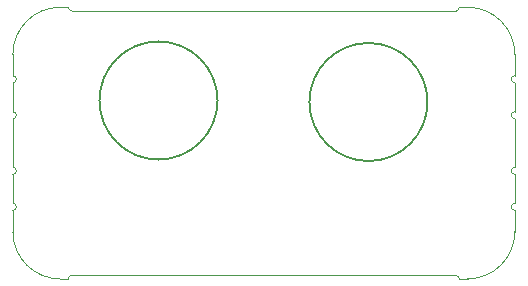
<source format=gbr>
%TF.GenerationSoftware,KiCad,Pcbnew,7.0.2*%
%TF.CreationDate,2023-05-25T14:50:37-03:00*%
%TF.ProjectId,Painel,5061696e-656c-42e6-9b69-6361645f7063,rev?*%
%TF.SameCoordinates,Original*%
%TF.FileFunction,Profile,NP*%
%FSLAX46Y46*%
G04 Gerber Fmt 4.6, Leading zero omitted, Abs format (unit mm)*
G04 Created by KiCad (PCBNEW 7.0.2) date 2023-05-25 14:50:37*
%MOMM*%
%LPD*%
G01*
G04 APERTURE LIST*
%TA.AperFunction,Profile*%
%ADD10C,0.050000*%
%TD*%
%TA.AperFunction,Profile*%
%ADD11C,0.200000*%
%TD*%
G04 APERTURE END LIST*
D10*
X169751100Y-107053600D02*
G75*
G03*
X169751100Y-107653600I0J-300000D01*
G01*
X169751100Y-110103600D02*
G75*
G03*
X169751100Y-110703600I0J-300000D01*
G01*
X131251100Y-93503600D02*
G75*
G03*
X127251100Y-97503600I0J-4000000D01*
G01*
X164751100Y-93803600D02*
G75*
G03*
X165051100Y-93503600I0J300000D01*
G01*
X127251100Y-99303600D02*
X127251100Y-97503600D01*
X165751100Y-116503600D02*
X165051100Y-116503600D01*
X169751100Y-107653600D02*
X169751100Y-110103600D01*
X169751100Y-99903600D02*
X169751100Y-102353600D01*
X127251100Y-112503600D02*
G75*
G03*
X131251100Y-116503600I4000000J0D01*
G01*
X164751100Y-116203600D02*
X132251100Y-116203600D01*
X132251100Y-116203600D02*
G75*
G03*
X131951100Y-116503600I0J-300000D01*
G01*
X127251100Y-112503600D02*
X127251100Y-110703600D01*
X169751100Y-97503600D02*
G75*
G03*
X165751100Y-93503600I-4000000J0D01*
G01*
X169751100Y-102953600D02*
X169751100Y-107053600D01*
X127251100Y-102353600D02*
X127251100Y-99903600D01*
X131951100Y-93503600D02*
G75*
G03*
X132251100Y-93803600I299900J-100D01*
G01*
X132251100Y-93803600D02*
X164751100Y-93803600D01*
X169751100Y-110703600D02*
X169751100Y-112503600D01*
X127251100Y-110103600D02*
X127251100Y-107653600D01*
X127251100Y-110703600D02*
G75*
G03*
X127251100Y-110103600I0J300000D01*
G01*
X165051100Y-116503600D02*
G75*
G03*
X164751100Y-116203600I-300100J-100D01*
G01*
X127251100Y-107053600D02*
X127251100Y-102953600D01*
D11*
X144578470Y-101400100D02*
G75*
G03*
X144578470Y-101400100I-5000000J0D01*
G01*
D10*
X127251100Y-102953600D02*
G75*
G03*
X127251100Y-102353600I0J300000D01*
G01*
X131951100Y-116503600D02*
X131251100Y-116503600D01*
X165051100Y-93503600D02*
X165751100Y-93503600D01*
X127251100Y-107653600D02*
G75*
G03*
X127251100Y-107053600I0J300000D01*
G01*
X169751100Y-97503600D02*
X169751100Y-99303600D01*
X165751100Y-116503600D02*
G75*
G03*
X169751100Y-112503600I0J4000000D01*
G01*
X131251100Y-93503600D02*
X131951100Y-93503600D01*
X127251100Y-99903600D02*
G75*
G03*
X127251100Y-99303600I0J300000D01*
G01*
X169751100Y-99303600D02*
G75*
G03*
X169751100Y-99903600I0J-300000D01*
G01*
X169751100Y-102353600D02*
G75*
G03*
X169751100Y-102953600I0J-300000D01*
G01*
D11*
X162358470Y-101527100D02*
G75*
G03*
X162358470Y-101527100I-5000000J0D01*
G01*
M02*

</source>
